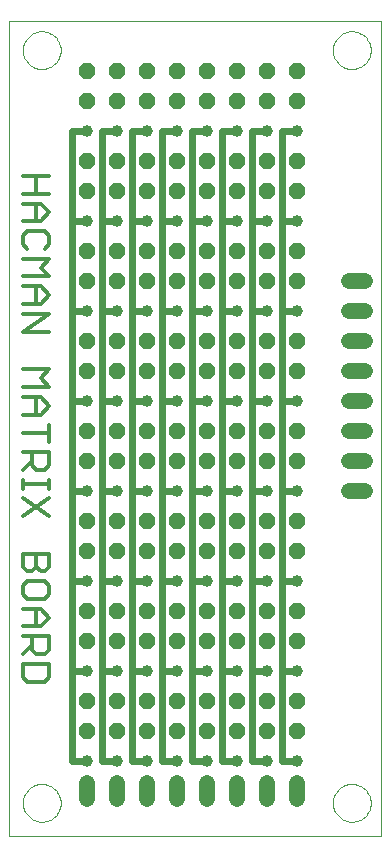
<source format=gtl>
G75*
G70*
%OFA0B0*%
%FSLAX24Y24*%
%IPPOS*%
%LPD*%
%AMOC8*
5,1,8,0,0,1.08239X$1,22.5*
%
%ADD10C,0.0000*%
%ADD11C,0.0120*%
%ADD12OC8,0.0560*%
%ADD13C,0.0520*%
%ADD14C,0.0240*%
%ADD15C,0.0396*%
D10*
X000100Y000100D02*
X000100Y027265D01*
X012502Y027265D01*
X012502Y000100D01*
X000100Y000100D01*
X000553Y001191D02*
X000555Y001241D01*
X000561Y001291D01*
X000571Y001340D01*
X000585Y001388D01*
X000602Y001435D01*
X000623Y001480D01*
X000648Y001524D01*
X000676Y001565D01*
X000708Y001604D01*
X000742Y001641D01*
X000779Y001675D01*
X000819Y001705D01*
X000861Y001732D01*
X000905Y001756D01*
X000951Y001777D01*
X000998Y001793D01*
X001046Y001806D01*
X001096Y001815D01*
X001145Y001820D01*
X001196Y001821D01*
X001246Y001818D01*
X001295Y001811D01*
X001344Y001800D01*
X001392Y001785D01*
X001438Y001767D01*
X001483Y001745D01*
X001526Y001719D01*
X001567Y001690D01*
X001606Y001658D01*
X001642Y001623D01*
X001674Y001585D01*
X001704Y001545D01*
X001731Y001502D01*
X001754Y001458D01*
X001773Y001412D01*
X001789Y001364D01*
X001801Y001315D01*
X001809Y001266D01*
X001813Y001216D01*
X001813Y001166D01*
X001809Y001116D01*
X001801Y001067D01*
X001789Y001018D01*
X001773Y000970D01*
X001754Y000924D01*
X001731Y000880D01*
X001704Y000837D01*
X001674Y000797D01*
X001642Y000759D01*
X001606Y000724D01*
X001567Y000692D01*
X001526Y000663D01*
X001483Y000637D01*
X001438Y000615D01*
X001392Y000597D01*
X001344Y000582D01*
X001295Y000571D01*
X001246Y000564D01*
X001196Y000561D01*
X001145Y000562D01*
X001096Y000567D01*
X001046Y000576D01*
X000998Y000589D01*
X000951Y000605D01*
X000905Y000626D01*
X000861Y000650D01*
X000819Y000677D01*
X000779Y000707D01*
X000742Y000741D01*
X000708Y000778D01*
X000676Y000817D01*
X000648Y000858D01*
X000623Y000902D01*
X000602Y000947D01*
X000585Y000994D01*
X000571Y001042D01*
X000561Y001091D01*
X000555Y001141D01*
X000553Y001191D01*
X010887Y001191D02*
X010889Y001241D01*
X010895Y001291D01*
X010905Y001340D01*
X010919Y001388D01*
X010936Y001435D01*
X010957Y001480D01*
X010982Y001524D01*
X011010Y001565D01*
X011042Y001604D01*
X011076Y001641D01*
X011113Y001675D01*
X011153Y001705D01*
X011195Y001732D01*
X011239Y001756D01*
X011285Y001777D01*
X011332Y001793D01*
X011380Y001806D01*
X011430Y001815D01*
X011479Y001820D01*
X011530Y001821D01*
X011580Y001818D01*
X011629Y001811D01*
X011678Y001800D01*
X011726Y001785D01*
X011772Y001767D01*
X011817Y001745D01*
X011860Y001719D01*
X011901Y001690D01*
X011940Y001658D01*
X011976Y001623D01*
X012008Y001585D01*
X012038Y001545D01*
X012065Y001502D01*
X012088Y001458D01*
X012107Y001412D01*
X012123Y001364D01*
X012135Y001315D01*
X012143Y001266D01*
X012147Y001216D01*
X012147Y001166D01*
X012143Y001116D01*
X012135Y001067D01*
X012123Y001018D01*
X012107Y000970D01*
X012088Y000924D01*
X012065Y000880D01*
X012038Y000837D01*
X012008Y000797D01*
X011976Y000759D01*
X011940Y000724D01*
X011901Y000692D01*
X011860Y000663D01*
X011817Y000637D01*
X011772Y000615D01*
X011726Y000597D01*
X011678Y000582D01*
X011629Y000571D01*
X011580Y000564D01*
X011530Y000561D01*
X011479Y000562D01*
X011430Y000567D01*
X011380Y000576D01*
X011332Y000589D01*
X011285Y000605D01*
X011239Y000626D01*
X011195Y000650D01*
X011153Y000677D01*
X011113Y000707D01*
X011076Y000741D01*
X011042Y000778D01*
X011010Y000817D01*
X010982Y000858D01*
X010957Y000902D01*
X010936Y000947D01*
X010919Y000994D01*
X010905Y001042D01*
X010895Y001091D01*
X010889Y001141D01*
X010887Y001191D01*
X010887Y026281D02*
X010889Y026331D01*
X010895Y026381D01*
X010905Y026430D01*
X010919Y026478D01*
X010936Y026525D01*
X010957Y026570D01*
X010982Y026614D01*
X011010Y026655D01*
X011042Y026694D01*
X011076Y026731D01*
X011113Y026765D01*
X011153Y026795D01*
X011195Y026822D01*
X011239Y026846D01*
X011285Y026867D01*
X011332Y026883D01*
X011380Y026896D01*
X011430Y026905D01*
X011479Y026910D01*
X011530Y026911D01*
X011580Y026908D01*
X011629Y026901D01*
X011678Y026890D01*
X011726Y026875D01*
X011772Y026857D01*
X011817Y026835D01*
X011860Y026809D01*
X011901Y026780D01*
X011940Y026748D01*
X011976Y026713D01*
X012008Y026675D01*
X012038Y026635D01*
X012065Y026592D01*
X012088Y026548D01*
X012107Y026502D01*
X012123Y026454D01*
X012135Y026405D01*
X012143Y026356D01*
X012147Y026306D01*
X012147Y026256D01*
X012143Y026206D01*
X012135Y026157D01*
X012123Y026108D01*
X012107Y026060D01*
X012088Y026014D01*
X012065Y025970D01*
X012038Y025927D01*
X012008Y025887D01*
X011976Y025849D01*
X011940Y025814D01*
X011901Y025782D01*
X011860Y025753D01*
X011817Y025727D01*
X011772Y025705D01*
X011726Y025687D01*
X011678Y025672D01*
X011629Y025661D01*
X011580Y025654D01*
X011530Y025651D01*
X011479Y025652D01*
X011430Y025657D01*
X011380Y025666D01*
X011332Y025679D01*
X011285Y025695D01*
X011239Y025716D01*
X011195Y025740D01*
X011153Y025767D01*
X011113Y025797D01*
X011076Y025831D01*
X011042Y025868D01*
X011010Y025907D01*
X010982Y025948D01*
X010957Y025992D01*
X010936Y026037D01*
X010919Y026084D01*
X010905Y026132D01*
X010895Y026181D01*
X010889Y026231D01*
X010887Y026281D01*
X000553Y026281D02*
X000555Y026331D01*
X000561Y026381D01*
X000571Y026430D01*
X000585Y026478D01*
X000602Y026525D01*
X000623Y026570D01*
X000648Y026614D01*
X000676Y026655D01*
X000708Y026694D01*
X000742Y026731D01*
X000779Y026765D01*
X000819Y026795D01*
X000861Y026822D01*
X000905Y026846D01*
X000951Y026867D01*
X000998Y026883D01*
X001046Y026896D01*
X001096Y026905D01*
X001145Y026910D01*
X001196Y026911D01*
X001246Y026908D01*
X001295Y026901D01*
X001344Y026890D01*
X001392Y026875D01*
X001438Y026857D01*
X001483Y026835D01*
X001526Y026809D01*
X001567Y026780D01*
X001606Y026748D01*
X001642Y026713D01*
X001674Y026675D01*
X001704Y026635D01*
X001731Y026592D01*
X001754Y026548D01*
X001773Y026502D01*
X001789Y026454D01*
X001801Y026405D01*
X001809Y026356D01*
X001813Y026306D01*
X001813Y026256D01*
X001809Y026206D01*
X001801Y026157D01*
X001789Y026108D01*
X001773Y026060D01*
X001754Y026014D01*
X001731Y025970D01*
X001704Y025927D01*
X001674Y025887D01*
X001642Y025849D01*
X001606Y025814D01*
X001567Y025782D01*
X001526Y025753D01*
X001483Y025727D01*
X001438Y025705D01*
X001392Y025687D01*
X001344Y025672D01*
X001295Y025661D01*
X001246Y025654D01*
X001196Y025651D01*
X001145Y025652D01*
X001096Y025657D01*
X001046Y025666D01*
X000998Y025679D01*
X000951Y025695D01*
X000905Y025716D01*
X000861Y025740D01*
X000819Y025767D01*
X000779Y025797D01*
X000742Y025831D01*
X000708Y025868D01*
X000676Y025907D01*
X000648Y025948D01*
X000623Y025992D01*
X000602Y026037D01*
X000585Y026084D01*
X000571Y026132D01*
X000561Y026181D01*
X000555Y026231D01*
X000553Y026281D01*
D11*
X000554Y022087D02*
X001434Y022087D01*
X001434Y021500D02*
X000554Y021500D01*
X000554Y021166D02*
X001141Y021166D01*
X001434Y020873D01*
X001141Y020579D01*
X000554Y020579D01*
X000700Y020246D02*
X000554Y020099D01*
X000554Y019805D01*
X000700Y019659D01*
X000554Y019325D02*
X001434Y019325D01*
X001141Y019031D01*
X001434Y018738D01*
X000554Y018738D01*
X000554Y018404D02*
X001141Y018404D01*
X001434Y018111D01*
X001141Y017817D01*
X000554Y017817D01*
X000554Y017483D02*
X001434Y017483D01*
X000554Y016896D01*
X001434Y016896D01*
X000994Y017817D02*
X000994Y018404D01*
X001288Y019659D02*
X001434Y019805D01*
X001434Y020099D01*
X001288Y020246D01*
X000700Y020246D01*
X000994Y020579D02*
X000994Y021166D01*
X000994Y021500D02*
X000994Y022087D01*
X000554Y015642D02*
X001434Y015642D01*
X001141Y015348D01*
X001434Y015055D01*
X000554Y015055D01*
X000554Y014721D02*
X001141Y014721D01*
X001434Y014427D01*
X001141Y014134D01*
X000554Y014134D01*
X000554Y013507D02*
X001434Y013507D01*
X001434Y013800D02*
X001434Y013213D01*
X001434Y012879D02*
X001434Y012439D01*
X001288Y012292D01*
X000994Y012292D01*
X000847Y012439D01*
X000847Y012879D01*
X000847Y012586D02*
X000554Y012292D01*
X000554Y011959D02*
X000554Y011665D01*
X000554Y011812D02*
X001434Y011812D01*
X001434Y011959D02*
X001434Y011665D01*
X001434Y011345D02*
X000554Y010758D01*
X000554Y011345D02*
X001434Y010758D01*
X001434Y009503D02*
X001434Y009063D01*
X001288Y008916D01*
X001141Y008916D01*
X000994Y009063D01*
X000994Y009503D01*
X000994Y009063D02*
X000847Y008916D01*
X000700Y008916D01*
X000554Y009063D01*
X000554Y009503D01*
X001434Y009503D01*
X001288Y008582D02*
X000700Y008582D01*
X000554Y008436D01*
X000554Y008142D01*
X000700Y007995D01*
X001288Y007995D01*
X001434Y008142D01*
X001434Y008436D01*
X001288Y008582D01*
X001141Y007662D02*
X001434Y007368D01*
X001141Y007074D01*
X000554Y007074D01*
X000554Y006741D02*
X001434Y006741D01*
X001434Y006300D01*
X001288Y006154D01*
X000994Y006154D01*
X000847Y006300D01*
X000847Y006741D01*
X000847Y006447D02*
X000554Y006154D01*
X000554Y005820D02*
X000554Y005380D01*
X000700Y005233D01*
X001288Y005233D01*
X001434Y005380D01*
X001434Y005820D01*
X000554Y005820D01*
X000994Y007074D02*
X000994Y007662D01*
X001141Y007662D02*
X000554Y007662D01*
X000554Y012879D02*
X001434Y012879D01*
X000994Y014134D02*
X000994Y014721D01*
D12*
X002691Y015581D03*
X002691Y016581D03*
X002691Y018581D03*
X002691Y019581D03*
X002691Y021581D03*
X002691Y022581D03*
X002691Y024581D03*
X002691Y025581D03*
X003691Y025581D03*
X003691Y024581D03*
X003691Y022581D03*
X003691Y021581D03*
X003691Y019581D03*
X003691Y018581D03*
X003691Y016581D03*
X003691Y015581D03*
X003691Y013581D03*
X003691Y012581D03*
X003691Y010581D03*
X003691Y009581D03*
X004691Y009581D03*
X004691Y010581D03*
X004691Y012581D03*
X004691Y013581D03*
X004691Y015581D03*
X004691Y016581D03*
X004691Y018581D03*
X004691Y019581D03*
X004691Y021581D03*
X004691Y022581D03*
X004691Y024581D03*
X004691Y025581D03*
X005691Y025581D03*
X005691Y024581D03*
X005691Y022581D03*
X005691Y021581D03*
X005691Y019581D03*
X005691Y018581D03*
X005691Y016581D03*
X005691Y015581D03*
X005691Y013581D03*
X005691Y012581D03*
X005691Y010581D03*
X005691Y009581D03*
X006691Y009581D03*
X006691Y010581D03*
X006691Y012581D03*
X006691Y013581D03*
X006691Y015581D03*
X006691Y016581D03*
X006691Y018581D03*
X006691Y019581D03*
X006691Y021581D03*
X006691Y022581D03*
X006691Y024581D03*
X006691Y025581D03*
X007691Y025581D03*
X007691Y024581D03*
X008691Y024581D03*
X008691Y025581D03*
X009691Y025581D03*
X009691Y024581D03*
X009691Y022581D03*
X009691Y021581D03*
X009691Y019581D03*
X009691Y018581D03*
X009691Y016581D03*
X009691Y015581D03*
X009691Y013581D03*
X009691Y012581D03*
X009691Y010581D03*
X009691Y009581D03*
X008691Y009581D03*
X008691Y010581D03*
X007691Y010581D03*
X007691Y009581D03*
X007691Y007581D03*
X007691Y006581D03*
X008691Y006581D03*
X008691Y007581D03*
X009691Y007581D03*
X009691Y006581D03*
X009691Y004581D03*
X009691Y003581D03*
X008691Y003581D03*
X008691Y004581D03*
X007691Y004581D03*
X007691Y003581D03*
X006691Y003581D03*
X006691Y004581D03*
X005691Y004581D03*
X005691Y003581D03*
X004691Y003581D03*
X004691Y004581D03*
X003691Y004581D03*
X003691Y003581D03*
X002691Y003581D03*
X002691Y004581D03*
X002691Y006581D03*
X002691Y007581D03*
X003691Y007581D03*
X003691Y006581D03*
X004691Y006581D03*
X004691Y007581D03*
X005691Y007581D03*
X005691Y006581D03*
X006691Y006581D03*
X006691Y007581D03*
X007691Y012581D03*
X007691Y013581D03*
X008691Y013581D03*
X008691Y012581D03*
X008691Y015581D03*
X008691Y016581D03*
X007691Y016581D03*
X007691Y015581D03*
X007691Y018581D03*
X007691Y019581D03*
X008691Y019581D03*
X008691Y018581D03*
X008691Y021581D03*
X008691Y022581D03*
X007691Y022581D03*
X007691Y021581D03*
X002691Y013581D03*
X002691Y012581D03*
X002691Y010581D03*
X002691Y009581D03*
D13*
X002691Y001841D02*
X002691Y001321D01*
X003691Y001321D02*
X003691Y001841D01*
X004691Y001841D02*
X004691Y001321D01*
X005691Y001321D02*
X005691Y001841D01*
X006691Y001841D02*
X006691Y001321D01*
X007691Y001321D02*
X007691Y001841D01*
X008691Y001841D02*
X008691Y001321D01*
X009691Y001321D02*
X009691Y001841D01*
X011431Y011581D02*
X011951Y011581D01*
X011951Y012581D02*
X011431Y012581D01*
X011431Y013581D02*
X011951Y013581D01*
X011951Y014581D02*
X011431Y014581D01*
X011431Y015581D02*
X011951Y015581D01*
X011951Y016581D02*
X011431Y016581D01*
X011431Y017581D02*
X011951Y017581D01*
X011951Y018581D02*
X011431Y018581D01*
D14*
X009691Y017581D02*
X009191Y017581D01*
X009191Y014581D01*
X009691Y014581D01*
X009191Y014581D02*
X009191Y011581D01*
X009691Y011581D01*
X009191Y011581D02*
X009191Y008581D01*
X009691Y008581D01*
X009191Y008581D02*
X009191Y005581D01*
X009691Y005581D01*
X009191Y005581D02*
X009191Y002581D01*
X009691Y002581D01*
X008691Y002581D02*
X008191Y002581D01*
X008191Y005581D01*
X008691Y005581D01*
X008191Y005581D02*
X008191Y008581D01*
X008691Y008581D01*
X008191Y008581D02*
X008191Y011581D01*
X008691Y011581D01*
X008191Y011581D02*
X008191Y014581D01*
X008691Y014581D01*
X008191Y014581D02*
X008191Y017581D01*
X008691Y017581D01*
X009191Y017581D02*
X009191Y020581D01*
X009691Y020581D01*
X009191Y020581D02*
X009191Y023581D01*
X009691Y023581D01*
X008691Y023581D02*
X008191Y023581D01*
X008191Y020581D01*
X008691Y020581D01*
X008191Y020581D02*
X008191Y017581D01*
X007691Y017581D02*
X007191Y017581D01*
X007191Y014581D01*
X007691Y014581D01*
X007191Y014581D02*
X007191Y011581D01*
X007691Y011581D01*
X007191Y011581D02*
X007191Y008581D01*
X007691Y008581D01*
X007191Y008581D02*
X007191Y005581D01*
X007691Y005581D01*
X007191Y005581D02*
X007191Y002581D01*
X007691Y002581D01*
X006691Y002581D02*
X006191Y002581D01*
X006191Y005581D01*
X006691Y005581D01*
X006191Y005581D02*
X006191Y008581D01*
X006691Y008581D01*
X006191Y008581D02*
X006191Y011581D01*
X006691Y011581D01*
X006191Y011581D02*
X006191Y014581D01*
X006691Y014581D01*
X006191Y014581D02*
X006191Y017581D01*
X006691Y017581D01*
X007191Y017581D02*
X007191Y020581D01*
X007691Y020581D01*
X007191Y020581D02*
X007191Y023581D01*
X007691Y023581D01*
X006691Y023581D02*
X006191Y023581D01*
X006191Y020581D01*
X006691Y020581D01*
X006191Y020581D02*
X006191Y017581D01*
X005691Y017581D02*
X005191Y017581D01*
X005191Y014581D01*
X005691Y014581D01*
X005191Y014581D02*
X005191Y011581D01*
X005691Y011581D01*
X005191Y011581D02*
X005191Y008581D01*
X005691Y008581D01*
X005191Y008581D02*
X005191Y005581D01*
X005691Y005581D01*
X005191Y005581D02*
X005191Y002581D01*
X005691Y002581D01*
X004691Y002581D02*
X004191Y002581D01*
X004191Y005581D01*
X004691Y005581D01*
X004191Y005581D02*
X004191Y008581D01*
X004691Y008581D01*
X004191Y008581D02*
X004191Y011581D01*
X004691Y011581D01*
X004191Y011581D02*
X004191Y014581D01*
X004691Y014581D01*
X004191Y014581D02*
X004191Y017581D01*
X004691Y017581D01*
X005191Y017581D02*
X005191Y020581D01*
X005691Y020581D01*
X005191Y020581D02*
X005191Y023581D01*
X005691Y023581D01*
X004691Y023581D02*
X004191Y023581D01*
X004191Y020581D01*
X004691Y020581D01*
X004191Y020581D02*
X004191Y017581D01*
X003691Y017581D02*
X003191Y017581D01*
X003191Y014581D01*
X003691Y014581D01*
X003191Y014581D02*
X003191Y011581D01*
X003691Y011581D01*
X003191Y011581D02*
X003191Y008581D01*
X003691Y008581D01*
X003191Y008581D02*
X003191Y005581D01*
X003691Y005581D01*
X003191Y005581D02*
X003191Y002581D01*
X003691Y002581D01*
X002691Y002581D02*
X002191Y002581D01*
X002191Y005581D01*
X002691Y005581D01*
X002191Y005581D02*
X002191Y008581D01*
X002691Y008581D01*
X002191Y008581D02*
X002191Y011581D01*
X002691Y011581D01*
X002191Y011581D02*
X002191Y014581D01*
X002691Y014581D01*
X002191Y014581D02*
X002191Y017581D01*
X002691Y017581D01*
X003191Y017581D02*
X003191Y020581D01*
X003691Y020581D01*
X003191Y020581D02*
X003191Y023581D01*
X003691Y023581D01*
X002691Y023581D02*
X002191Y023581D01*
X002191Y020581D01*
X002691Y020581D01*
X002191Y020581D02*
X002191Y017581D01*
D15*
X002691Y017581D03*
X003691Y017581D03*
X004691Y017581D03*
X005691Y017581D03*
X006691Y017581D03*
X007691Y017581D03*
X008691Y017581D03*
X009691Y017581D03*
X009691Y014581D03*
X008691Y014581D03*
X007691Y014581D03*
X006691Y014581D03*
X005691Y014581D03*
X004691Y014581D03*
X003691Y014581D03*
X002691Y014581D03*
X002691Y011581D03*
X003691Y011581D03*
X004691Y011581D03*
X005691Y011581D03*
X006691Y011581D03*
X007691Y011581D03*
X008691Y011581D03*
X009691Y011581D03*
X009691Y008581D03*
X008691Y008581D03*
X007691Y008581D03*
X006691Y008581D03*
X005691Y008581D03*
X004691Y008581D03*
X003691Y008581D03*
X002691Y008581D03*
X002691Y005581D03*
X003691Y005581D03*
X004691Y005581D03*
X005691Y005581D03*
X006691Y005581D03*
X007691Y005581D03*
X008691Y005581D03*
X009691Y005581D03*
X009691Y002581D03*
X008691Y002581D03*
X007691Y002581D03*
X006691Y002581D03*
X005691Y002581D03*
X004691Y002581D03*
X003691Y002581D03*
X002691Y002581D03*
X002691Y020581D03*
X003691Y020581D03*
X004691Y020581D03*
X005691Y020581D03*
X006691Y020581D03*
X007691Y020581D03*
X008691Y020581D03*
X009691Y020581D03*
X009691Y023581D03*
X008691Y023581D03*
X007691Y023581D03*
X006691Y023581D03*
X005691Y023581D03*
X004691Y023581D03*
X003691Y023581D03*
X002691Y023581D03*
M02*

</source>
